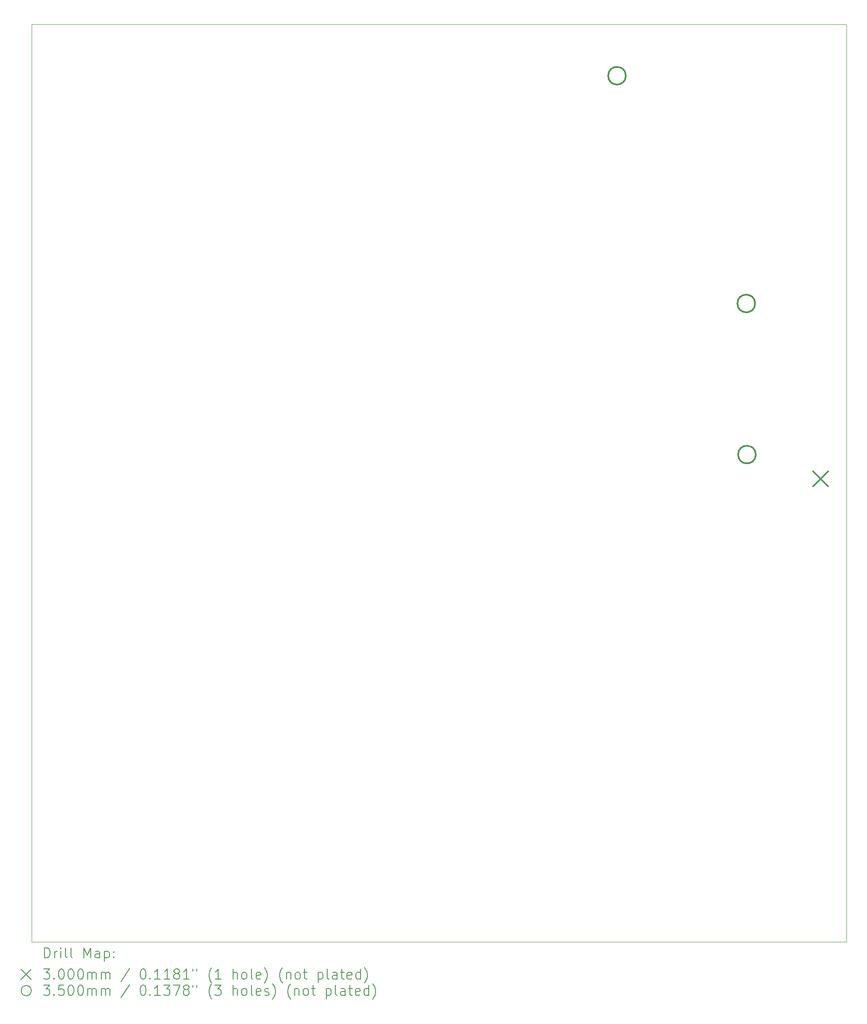
<source format=gbr>
%TF.GenerationSoftware,KiCad,Pcbnew,7.0.7*%
%TF.CreationDate,2023-08-31T22:28:13-04:00*%
%TF.ProjectId,1 - ATX 16 bit ISA passive backplane,31202d20-4154-4582-9031-362062697420,2*%
%TF.SameCoordinates,Original*%
%TF.FileFunction,Drillmap*%
%TF.FilePolarity,Positive*%
%FSLAX45Y45*%
G04 Gerber Fmt 4.5, Leading zero omitted, Abs format (unit mm)*
G04 Created by KiCad (PCBNEW 7.0.7) date 2023-08-31 22:28:13*
%MOMM*%
%LPD*%
G01*
G04 APERTURE LIST*
%ADD10C,0.100000*%
%ADD11C,0.200000*%
%ADD12C,0.300000*%
%ADD13C,0.350000*%
G04 APERTURE END LIST*
D10*
X1967840Y-1524000D02*
X18096840Y-1524000D01*
X18096840Y-19685000D01*
X1967840Y-19685000D01*
X1967840Y-1524000D01*
D11*
D12*
X17435500Y-10372000D02*
X17735500Y-10672000D01*
X17735500Y-10372000D02*
X17435500Y-10672000D01*
D13*
X13732200Y-2540000D02*
G75*
G03*
X13732200Y-2540000I-175000J0D01*
G01*
X16291300Y-7048500D02*
G75*
G03*
X16291300Y-7048500I-175000J0D01*
G01*
X16304000Y-10039400D02*
G75*
G03*
X16304000Y-10039400I-175000J0D01*
G01*
D11*
X2223617Y-20001484D02*
X2223617Y-19801484D01*
X2223617Y-19801484D02*
X2271236Y-19801484D01*
X2271236Y-19801484D02*
X2299807Y-19811008D01*
X2299807Y-19811008D02*
X2318855Y-19830055D01*
X2318855Y-19830055D02*
X2328379Y-19849103D01*
X2328379Y-19849103D02*
X2337903Y-19887198D01*
X2337903Y-19887198D02*
X2337903Y-19915770D01*
X2337903Y-19915770D02*
X2328379Y-19953865D01*
X2328379Y-19953865D02*
X2318855Y-19972912D01*
X2318855Y-19972912D02*
X2299807Y-19991960D01*
X2299807Y-19991960D02*
X2271236Y-20001484D01*
X2271236Y-20001484D02*
X2223617Y-20001484D01*
X2423617Y-20001484D02*
X2423617Y-19868150D01*
X2423617Y-19906246D02*
X2433141Y-19887198D01*
X2433141Y-19887198D02*
X2442664Y-19877674D01*
X2442664Y-19877674D02*
X2461712Y-19868150D01*
X2461712Y-19868150D02*
X2480760Y-19868150D01*
X2547426Y-20001484D02*
X2547426Y-19868150D01*
X2547426Y-19801484D02*
X2537903Y-19811008D01*
X2537903Y-19811008D02*
X2547426Y-19820531D01*
X2547426Y-19820531D02*
X2556950Y-19811008D01*
X2556950Y-19811008D02*
X2547426Y-19801484D01*
X2547426Y-19801484D02*
X2547426Y-19820531D01*
X2671236Y-20001484D02*
X2652188Y-19991960D01*
X2652188Y-19991960D02*
X2642664Y-19972912D01*
X2642664Y-19972912D02*
X2642664Y-19801484D01*
X2775998Y-20001484D02*
X2756950Y-19991960D01*
X2756950Y-19991960D02*
X2747426Y-19972912D01*
X2747426Y-19972912D02*
X2747426Y-19801484D01*
X3004569Y-20001484D02*
X3004569Y-19801484D01*
X3004569Y-19801484D02*
X3071236Y-19944341D01*
X3071236Y-19944341D02*
X3137902Y-19801484D01*
X3137902Y-19801484D02*
X3137902Y-20001484D01*
X3318855Y-20001484D02*
X3318855Y-19896722D01*
X3318855Y-19896722D02*
X3309331Y-19877674D01*
X3309331Y-19877674D02*
X3290283Y-19868150D01*
X3290283Y-19868150D02*
X3252188Y-19868150D01*
X3252188Y-19868150D02*
X3233141Y-19877674D01*
X3318855Y-19991960D02*
X3299807Y-20001484D01*
X3299807Y-20001484D02*
X3252188Y-20001484D01*
X3252188Y-20001484D02*
X3233141Y-19991960D01*
X3233141Y-19991960D02*
X3223617Y-19972912D01*
X3223617Y-19972912D02*
X3223617Y-19953865D01*
X3223617Y-19953865D02*
X3233141Y-19934817D01*
X3233141Y-19934817D02*
X3252188Y-19925293D01*
X3252188Y-19925293D02*
X3299807Y-19925293D01*
X3299807Y-19925293D02*
X3318855Y-19915770D01*
X3414093Y-19868150D02*
X3414093Y-20068150D01*
X3414093Y-19877674D02*
X3433141Y-19868150D01*
X3433141Y-19868150D02*
X3471236Y-19868150D01*
X3471236Y-19868150D02*
X3490283Y-19877674D01*
X3490283Y-19877674D02*
X3499807Y-19887198D01*
X3499807Y-19887198D02*
X3509331Y-19906246D01*
X3509331Y-19906246D02*
X3509331Y-19963389D01*
X3509331Y-19963389D02*
X3499807Y-19982436D01*
X3499807Y-19982436D02*
X3490283Y-19991960D01*
X3490283Y-19991960D02*
X3471236Y-20001484D01*
X3471236Y-20001484D02*
X3433141Y-20001484D01*
X3433141Y-20001484D02*
X3414093Y-19991960D01*
X3595045Y-19982436D02*
X3604569Y-19991960D01*
X3604569Y-19991960D02*
X3595045Y-20001484D01*
X3595045Y-20001484D02*
X3585522Y-19991960D01*
X3585522Y-19991960D02*
X3595045Y-19982436D01*
X3595045Y-19982436D02*
X3595045Y-20001484D01*
X3595045Y-19877674D02*
X3604569Y-19887198D01*
X3604569Y-19887198D02*
X3595045Y-19896722D01*
X3595045Y-19896722D02*
X3585522Y-19887198D01*
X3585522Y-19887198D02*
X3595045Y-19877674D01*
X3595045Y-19877674D02*
X3595045Y-19896722D01*
X1762840Y-20230000D02*
X1962840Y-20430000D01*
X1962840Y-20230000D02*
X1762840Y-20430000D01*
X2204569Y-20221484D02*
X2328379Y-20221484D01*
X2328379Y-20221484D02*
X2261712Y-20297674D01*
X2261712Y-20297674D02*
X2290284Y-20297674D01*
X2290284Y-20297674D02*
X2309331Y-20307198D01*
X2309331Y-20307198D02*
X2318855Y-20316722D01*
X2318855Y-20316722D02*
X2328379Y-20335770D01*
X2328379Y-20335770D02*
X2328379Y-20383389D01*
X2328379Y-20383389D02*
X2318855Y-20402436D01*
X2318855Y-20402436D02*
X2309331Y-20411960D01*
X2309331Y-20411960D02*
X2290284Y-20421484D01*
X2290284Y-20421484D02*
X2233141Y-20421484D01*
X2233141Y-20421484D02*
X2214093Y-20411960D01*
X2214093Y-20411960D02*
X2204569Y-20402436D01*
X2414093Y-20402436D02*
X2423617Y-20411960D01*
X2423617Y-20411960D02*
X2414093Y-20421484D01*
X2414093Y-20421484D02*
X2404569Y-20411960D01*
X2404569Y-20411960D02*
X2414093Y-20402436D01*
X2414093Y-20402436D02*
X2414093Y-20421484D01*
X2547426Y-20221484D02*
X2566474Y-20221484D01*
X2566474Y-20221484D02*
X2585522Y-20231008D01*
X2585522Y-20231008D02*
X2595045Y-20240531D01*
X2595045Y-20240531D02*
X2604569Y-20259579D01*
X2604569Y-20259579D02*
X2614093Y-20297674D01*
X2614093Y-20297674D02*
X2614093Y-20345293D01*
X2614093Y-20345293D02*
X2604569Y-20383389D01*
X2604569Y-20383389D02*
X2595045Y-20402436D01*
X2595045Y-20402436D02*
X2585522Y-20411960D01*
X2585522Y-20411960D02*
X2566474Y-20421484D01*
X2566474Y-20421484D02*
X2547426Y-20421484D01*
X2547426Y-20421484D02*
X2528379Y-20411960D01*
X2528379Y-20411960D02*
X2518855Y-20402436D01*
X2518855Y-20402436D02*
X2509331Y-20383389D01*
X2509331Y-20383389D02*
X2499807Y-20345293D01*
X2499807Y-20345293D02*
X2499807Y-20297674D01*
X2499807Y-20297674D02*
X2509331Y-20259579D01*
X2509331Y-20259579D02*
X2518855Y-20240531D01*
X2518855Y-20240531D02*
X2528379Y-20231008D01*
X2528379Y-20231008D02*
X2547426Y-20221484D01*
X2737903Y-20221484D02*
X2756950Y-20221484D01*
X2756950Y-20221484D02*
X2775998Y-20231008D01*
X2775998Y-20231008D02*
X2785522Y-20240531D01*
X2785522Y-20240531D02*
X2795045Y-20259579D01*
X2795045Y-20259579D02*
X2804569Y-20297674D01*
X2804569Y-20297674D02*
X2804569Y-20345293D01*
X2804569Y-20345293D02*
X2795045Y-20383389D01*
X2795045Y-20383389D02*
X2785522Y-20402436D01*
X2785522Y-20402436D02*
X2775998Y-20411960D01*
X2775998Y-20411960D02*
X2756950Y-20421484D01*
X2756950Y-20421484D02*
X2737903Y-20421484D01*
X2737903Y-20421484D02*
X2718855Y-20411960D01*
X2718855Y-20411960D02*
X2709331Y-20402436D01*
X2709331Y-20402436D02*
X2699807Y-20383389D01*
X2699807Y-20383389D02*
X2690284Y-20345293D01*
X2690284Y-20345293D02*
X2690284Y-20297674D01*
X2690284Y-20297674D02*
X2699807Y-20259579D01*
X2699807Y-20259579D02*
X2709331Y-20240531D01*
X2709331Y-20240531D02*
X2718855Y-20231008D01*
X2718855Y-20231008D02*
X2737903Y-20221484D01*
X2928379Y-20221484D02*
X2947426Y-20221484D01*
X2947426Y-20221484D02*
X2966474Y-20231008D01*
X2966474Y-20231008D02*
X2975998Y-20240531D01*
X2975998Y-20240531D02*
X2985522Y-20259579D01*
X2985522Y-20259579D02*
X2995045Y-20297674D01*
X2995045Y-20297674D02*
X2995045Y-20345293D01*
X2995045Y-20345293D02*
X2985522Y-20383389D01*
X2985522Y-20383389D02*
X2975998Y-20402436D01*
X2975998Y-20402436D02*
X2966474Y-20411960D01*
X2966474Y-20411960D02*
X2947426Y-20421484D01*
X2947426Y-20421484D02*
X2928379Y-20421484D01*
X2928379Y-20421484D02*
X2909331Y-20411960D01*
X2909331Y-20411960D02*
X2899807Y-20402436D01*
X2899807Y-20402436D02*
X2890283Y-20383389D01*
X2890283Y-20383389D02*
X2880760Y-20345293D01*
X2880760Y-20345293D02*
X2880760Y-20297674D01*
X2880760Y-20297674D02*
X2890283Y-20259579D01*
X2890283Y-20259579D02*
X2899807Y-20240531D01*
X2899807Y-20240531D02*
X2909331Y-20231008D01*
X2909331Y-20231008D02*
X2928379Y-20221484D01*
X3080760Y-20421484D02*
X3080760Y-20288150D01*
X3080760Y-20307198D02*
X3090283Y-20297674D01*
X3090283Y-20297674D02*
X3109331Y-20288150D01*
X3109331Y-20288150D02*
X3137903Y-20288150D01*
X3137903Y-20288150D02*
X3156950Y-20297674D01*
X3156950Y-20297674D02*
X3166474Y-20316722D01*
X3166474Y-20316722D02*
X3166474Y-20421484D01*
X3166474Y-20316722D02*
X3175998Y-20297674D01*
X3175998Y-20297674D02*
X3195045Y-20288150D01*
X3195045Y-20288150D02*
X3223617Y-20288150D01*
X3223617Y-20288150D02*
X3242664Y-20297674D01*
X3242664Y-20297674D02*
X3252188Y-20316722D01*
X3252188Y-20316722D02*
X3252188Y-20421484D01*
X3347426Y-20421484D02*
X3347426Y-20288150D01*
X3347426Y-20307198D02*
X3356950Y-20297674D01*
X3356950Y-20297674D02*
X3375998Y-20288150D01*
X3375998Y-20288150D02*
X3404569Y-20288150D01*
X3404569Y-20288150D02*
X3423617Y-20297674D01*
X3423617Y-20297674D02*
X3433141Y-20316722D01*
X3433141Y-20316722D02*
X3433141Y-20421484D01*
X3433141Y-20316722D02*
X3442664Y-20297674D01*
X3442664Y-20297674D02*
X3461712Y-20288150D01*
X3461712Y-20288150D02*
X3490283Y-20288150D01*
X3490283Y-20288150D02*
X3509331Y-20297674D01*
X3509331Y-20297674D02*
X3518855Y-20316722D01*
X3518855Y-20316722D02*
X3518855Y-20421484D01*
X3909331Y-20211960D02*
X3737903Y-20469103D01*
X4166474Y-20221484D02*
X4185522Y-20221484D01*
X4185522Y-20221484D02*
X4204569Y-20231008D01*
X4204569Y-20231008D02*
X4214093Y-20240531D01*
X4214093Y-20240531D02*
X4223617Y-20259579D01*
X4223617Y-20259579D02*
X4233141Y-20297674D01*
X4233141Y-20297674D02*
X4233141Y-20345293D01*
X4233141Y-20345293D02*
X4223617Y-20383389D01*
X4223617Y-20383389D02*
X4214093Y-20402436D01*
X4214093Y-20402436D02*
X4204569Y-20411960D01*
X4204569Y-20411960D02*
X4185522Y-20421484D01*
X4185522Y-20421484D02*
X4166474Y-20421484D01*
X4166474Y-20421484D02*
X4147426Y-20411960D01*
X4147426Y-20411960D02*
X4137903Y-20402436D01*
X4137903Y-20402436D02*
X4128379Y-20383389D01*
X4128379Y-20383389D02*
X4118855Y-20345293D01*
X4118855Y-20345293D02*
X4118855Y-20297674D01*
X4118855Y-20297674D02*
X4128379Y-20259579D01*
X4128379Y-20259579D02*
X4137903Y-20240531D01*
X4137903Y-20240531D02*
X4147426Y-20231008D01*
X4147426Y-20231008D02*
X4166474Y-20221484D01*
X4318855Y-20402436D02*
X4328379Y-20411960D01*
X4328379Y-20411960D02*
X4318855Y-20421484D01*
X4318855Y-20421484D02*
X4309331Y-20411960D01*
X4309331Y-20411960D02*
X4318855Y-20402436D01*
X4318855Y-20402436D02*
X4318855Y-20421484D01*
X4518855Y-20421484D02*
X4404569Y-20421484D01*
X4461712Y-20421484D02*
X4461712Y-20221484D01*
X4461712Y-20221484D02*
X4442665Y-20250055D01*
X4442665Y-20250055D02*
X4423617Y-20269103D01*
X4423617Y-20269103D02*
X4404569Y-20278627D01*
X4709331Y-20421484D02*
X4595046Y-20421484D01*
X4652188Y-20421484D02*
X4652188Y-20221484D01*
X4652188Y-20221484D02*
X4633141Y-20250055D01*
X4633141Y-20250055D02*
X4614093Y-20269103D01*
X4614093Y-20269103D02*
X4595046Y-20278627D01*
X4823617Y-20307198D02*
X4804569Y-20297674D01*
X4804569Y-20297674D02*
X4795046Y-20288150D01*
X4795046Y-20288150D02*
X4785522Y-20269103D01*
X4785522Y-20269103D02*
X4785522Y-20259579D01*
X4785522Y-20259579D02*
X4795046Y-20240531D01*
X4795046Y-20240531D02*
X4804569Y-20231008D01*
X4804569Y-20231008D02*
X4823617Y-20221484D01*
X4823617Y-20221484D02*
X4861712Y-20221484D01*
X4861712Y-20221484D02*
X4880760Y-20231008D01*
X4880760Y-20231008D02*
X4890284Y-20240531D01*
X4890284Y-20240531D02*
X4899808Y-20259579D01*
X4899808Y-20259579D02*
X4899808Y-20269103D01*
X4899808Y-20269103D02*
X4890284Y-20288150D01*
X4890284Y-20288150D02*
X4880760Y-20297674D01*
X4880760Y-20297674D02*
X4861712Y-20307198D01*
X4861712Y-20307198D02*
X4823617Y-20307198D01*
X4823617Y-20307198D02*
X4804569Y-20316722D01*
X4804569Y-20316722D02*
X4795046Y-20326246D01*
X4795046Y-20326246D02*
X4785522Y-20345293D01*
X4785522Y-20345293D02*
X4785522Y-20383389D01*
X4785522Y-20383389D02*
X4795046Y-20402436D01*
X4795046Y-20402436D02*
X4804569Y-20411960D01*
X4804569Y-20411960D02*
X4823617Y-20421484D01*
X4823617Y-20421484D02*
X4861712Y-20421484D01*
X4861712Y-20421484D02*
X4880760Y-20411960D01*
X4880760Y-20411960D02*
X4890284Y-20402436D01*
X4890284Y-20402436D02*
X4899808Y-20383389D01*
X4899808Y-20383389D02*
X4899808Y-20345293D01*
X4899808Y-20345293D02*
X4890284Y-20326246D01*
X4890284Y-20326246D02*
X4880760Y-20316722D01*
X4880760Y-20316722D02*
X4861712Y-20307198D01*
X5090284Y-20421484D02*
X4975998Y-20421484D01*
X5033141Y-20421484D02*
X5033141Y-20221484D01*
X5033141Y-20221484D02*
X5014093Y-20250055D01*
X5014093Y-20250055D02*
X4995046Y-20269103D01*
X4995046Y-20269103D02*
X4975998Y-20278627D01*
X5166474Y-20221484D02*
X5166474Y-20259579D01*
X5242665Y-20221484D02*
X5242665Y-20259579D01*
X5537903Y-20497674D02*
X5528379Y-20488150D01*
X5528379Y-20488150D02*
X5509331Y-20459579D01*
X5509331Y-20459579D02*
X5499808Y-20440531D01*
X5499808Y-20440531D02*
X5490284Y-20411960D01*
X5490284Y-20411960D02*
X5480760Y-20364341D01*
X5480760Y-20364341D02*
X5480760Y-20326246D01*
X5480760Y-20326246D02*
X5490284Y-20278627D01*
X5490284Y-20278627D02*
X5499808Y-20250055D01*
X5499808Y-20250055D02*
X5509331Y-20231008D01*
X5509331Y-20231008D02*
X5528379Y-20202436D01*
X5528379Y-20202436D02*
X5537903Y-20192912D01*
X5718855Y-20421484D02*
X5604569Y-20421484D01*
X5661712Y-20421484D02*
X5661712Y-20221484D01*
X5661712Y-20221484D02*
X5642665Y-20250055D01*
X5642665Y-20250055D02*
X5623617Y-20269103D01*
X5623617Y-20269103D02*
X5604569Y-20278627D01*
X5956950Y-20421484D02*
X5956950Y-20221484D01*
X6042665Y-20421484D02*
X6042665Y-20316722D01*
X6042665Y-20316722D02*
X6033141Y-20297674D01*
X6033141Y-20297674D02*
X6014093Y-20288150D01*
X6014093Y-20288150D02*
X5985522Y-20288150D01*
X5985522Y-20288150D02*
X5966474Y-20297674D01*
X5966474Y-20297674D02*
X5956950Y-20307198D01*
X6166474Y-20421484D02*
X6147427Y-20411960D01*
X6147427Y-20411960D02*
X6137903Y-20402436D01*
X6137903Y-20402436D02*
X6128379Y-20383389D01*
X6128379Y-20383389D02*
X6128379Y-20326246D01*
X6128379Y-20326246D02*
X6137903Y-20307198D01*
X6137903Y-20307198D02*
X6147427Y-20297674D01*
X6147427Y-20297674D02*
X6166474Y-20288150D01*
X6166474Y-20288150D02*
X6195046Y-20288150D01*
X6195046Y-20288150D02*
X6214093Y-20297674D01*
X6214093Y-20297674D02*
X6223617Y-20307198D01*
X6223617Y-20307198D02*
X6233141Y-20326246D01*
X6233141Y-20326246D02*
X6233141Y-20383389D01*
X6233141Y-20383389D02*
X6223617Y-20402436D01*
X6223617Y-20402436D02*
X6214093Y-20411960D01*
X6214093Y-20411960D02*
X6195046Y-20421484D01*
X6195046Y-20421484D02*
X6166474Y-20421484D01*
X6347427Y-20421484D02*
X6328379Y-20411960D01*
X6328379Y-20411960D02*
X6318855Y-20392912D01*
X6318855Y-20392912D02*
X6318855Y-20221484D01*
X6499808Y-20411960D02*
X6480760Y-20421484D01*
X6480760Y-20421484D02*
X6442665Y-20421484D01*
X6442665Y-20421484D02*
X6423617Y-20411960D01*
X6423617Y-20411960D02*
X6414093Y-20392912D01*
X6414093Y-20392912D02*
X6414093Y-20316722D01*
X6414093Y-20316722D02*
X6423617Y-20297674D01*
X6423617Y-20297674D02*
X6442665Y-20288150D01*
X6442665Y-20288150D02*
X6480760Y-20288150D01*
X6480760Y-20288150D02*
X6499808Y-20297674D01*
X6499808Y-20297674D02*
X6509331Y-20316722D01*
X6509331Y-20316722D02*
X6509331Y-20335770D01*
X6509331Y-20335770D02*
X6414093Y-20354817D01*
X6575998Y-20497674D02*
X6585522Y-20488150D01*
X6585522Y-20488150D02*
X6604570Y-20459579D01*
X6604570Y-20459579D02*
X6614093Y-20440531D01*
X6614093Y-20440531D02*
X6623617Y-20411960D01*
X6623617Y-20411960D02*
X6633141Y-20364341D01*
X6633141Y-20364341D02*
X6633141Y-20326246D01*
X6633141Y-20326246D02*
X6623617Y-20278627D01*
X6623617Y-20278627D02*
X6614093Y-20250055D01*
X6614093Y-20250055D02*
X6604570Y-20231008D01*
X6604570Y-20231008D02*
X6585522Y-20202436D01*
X6585522Y-20202436D02*
X6575998Y-20192912D01*
X6937903Y-20497674D02*
X6928379Y-20488150D01*
X6928379Y-20488150D02*
X6909331Y-20459579D01*
X6909331Y-20459579D02*
X6899808Y-20440531D01*
X6899808Y-20440531D02*
X6890284Y-20411960D01*
X6890284Y-20411960D02*
X6880760Y-20364341D01*
X6880760Y-20364341D02*
X6880760Y-20326246D01*
X6880760Y-20326246D02*
X6890284Y-20278627D01*
X6890284Y-20278627D02*
X6899808Y-20250055D01*
X6899808Y-20250055D02*
X6909331Y-20231008D01*
X6909331Y-20231008D02*
X6928379Y-20202436D01*
X6928379Y-20202436D02*
X6937903Y-20192912D01*
X7014093Y-20288150D02*
X7014093Y-20421484D01*
X7014093Y-20307198D02*
X7023617Y-20297674D01*
X7023617Y-20297674D02*
X7042665Y-20288150D01*
X7042665Y-20288150D02*
X7071236Y-20288150D01*
X7071236Y-20288150D02*
X7090284Y-20297674D01*
X7090284Y-20297674D02*
X7099808Y-20316722D01*
X7099808Y-20316722D02*
X7099808Y-20421484D01*
X7223617Y-20421484D02*
X7204570Y-20411960D01*
X7204570Y-20411960D02*
X7195046Y-20402436D01*
X7195046Y-20402436D02*
X7185522Y-20383389D01*
X7185522Y-20383389D02*
X7185522Y-20326246D01*
X7185522Y-20326246D02*
X7195046Y-20307198D01*
X7195046Y-20307198D02*
X7204570Y-20297674D01*
X7204570Y-20297674D02*
X7223617Y-20288150D01*
X7223617Y-20288150D02*
X7252189Y-20288150D01*
X7252189Y-20288150D02*
X7271236Y-20297674D01*
X7271236Y-20297674D02*
X7280760Y-20307198D01*
X7280760Y-20307198D02*
X7290284Y-20326246D01*
X7290284Y-20326246D02*
X7290284Y-20383389D01*
X7290284Y-20383389D02*
X7280760Y-20402436D01*
X7280760Y-20402436D02*
X7271236Y-20411960D01*
X7271236Y-20411960D02*
X7252189Y-20421484D01*
X7252189Y-20421484D02*
X7223617Y-20421484D01*
X7347427Y-20288150D02*
X7423617Y-20288150D01*
X7375998Y-20221484D02*
X7375998Y-20392912D01*
X7375998Y-20392912D02*
X7385522Y-20411960D01*
X7385522Y-20411960D02*
X7404570Y-20421484D01*
X7404570Y-20421484D02*
X7423617Y-20421484D01*
X7642665Y-20288150D02*
X7642665Y-20488150D01*
X7642665Y-20297674D02*
X7661712Y-20288150D01*
X7661712Y-20288150D02*
X7699808Y-20288150D01*
X7699808Y-20288150D02*
X7718855Y-20297674D01*
X7718855Y-20297674D02*
X7728379Y-20307198D01*
X7728379Y-20307198D02*
X7737903Y-20326246D01*
X7737903Y-20326246D02*
X7737903Y-20383389D01*
X7737903Y-20383389D02*
X7728379Y-20402436D01*
X7728379Y-20402436D02*
X7718855Y-20411960D01*
X7718855Y-20411960D02*
X7699808Y-20421484D01*
X7699808Y-20421484D02*
X7661712Y-20421484D01*
X7661712Y-20421484D02*
X7642665Y-20411960D01*
X7852189Y-20421484D02*
X7833141Y-20411960D01*
X7833141Y-20411960D02*
X7823617Y-20392912D01*
X7823617Y-20392912D02*
X7823617Y-20221484D01*
X8014093Y-20421484D02*
X8014093Y-20316722D01*
X8014093Y-20316722D02*
X8004570Y-20297674D01*
X8004570Y-20297674D02*
X7985522Y-20288150D01*
X7985522Y-20288150D02*
X7947427Y-20288150D01*
X7947427Y-20288150D02*
X7928379Y-20297674D01*
X8014093Y-20411960D02*
X7995046Y-20421484D01*
X7995046Y-20421484D02*
X7947427Y-20421484D01*
X7947427Y-20421484D02*
X7928379Y-20411960D01*
X7928379Y-20411960D02*
X7918855Y-20392912D01*
X7918855Y-20392912D02*
X7918855Y-20373865D01*
X7918855Y-20373865D02*
X7928379Y-20354817D01*
X7928379Y-20354817D02*
X7947427Y-20345293D01*
X7947427Y-20345293D02*
X7995046Y-20345293D01*
X7995046Y-20345293D02*
X8014093Y-20335770D01*
X8080760Y-20288150D02*
X8156951Y-20288150D01*
X8109332Y-20221484D02*
X8109332Y-20392912D01*
X8109332Y-20392912D02*
X8118855Y-20411960D01*
X8118855Y-20411960D02*
X8137903Y-20421484D01*
X8137903Y-20421484D02*
X8156951Y-20421484D01*
X8299808Y-20411960D02*
X8280760Y-20421484D01*
X8280760Y-20421484D02*
X8242665Y-20421484D01*
X8242665Y-20421484D02*
X8223617Y-20411960D01*
X8223617Y-20411960D02*
X8214093Y-20392912D01*
X8214093Y-20392912D02*
X8214093Y-20316722D01*
X8214093Y-20316722D02*
X8223617Y-20297674D01*
X8223617Y-20297674D02*
X8242665Y-20288150D01*
X8242665Y-20288150D02*
X8280760Y-20288150D01*
X8280760Y-20288150D02*
X8299808Y-20297674D01*
X8299808Y-20297674D02*
X8309332Y-20316722D01*
X8309332Y-20316722D02*
X8309332Y-20335770D01*
X8309332Y-20335770D02*
X8214093Y-20354817D01*
X8480760Y-20421484D02*
X8480760Y-20221484D01*
X8480760Y-20411960D02*
X8461713Y-20421484D01*
X8461713Y-20421484D02*
X8423617Y-20421484D01*
X8423617Y-20421484D02*
X8404570Y-20411960D01*
X8404570Y-20411960D02*
X8395046Y-20402436D01*
X8395046Y-20402436D02*
X8385522Y-20383389D01*
X8385522Y-20383389D02*
X8385522Y-20326246D01*
X8385522Y-20326246D02*
X8395046Y-20307198D01*
X8395046Y-20307198D02*
X8404570Y-20297674D01*
X8404570Y-20297674D02*
X8423617Y-20288150D01*
X8423617Y-20288150D02*
X8461713Y-20288150D01*
X8461713Y-20288150D02*
X8480760Y-20297674D01*
X8556951Y-20497674D02*
X8566475Y-20488150D01*
X8566475Y-20488150D02*
X8585522Y-20459579D01*
X8585522Y-20459579D02*
X8595046Y-20440531D01*
X8595046Y-20440531D02*
X8604570Y-20411960D01*
X8604570Y-20411960D02*
X8614094Y-20364341D01*
X8614094Y-20364341D02*
X8614094Y-20326246D01*
X8614094Y-20326246D02*
X8604570Y-20278627D01*
X8604570Y-20278627D02*
X8595046Y-20250055D01*
X8595046Y-20250055D02*
X8585522Y-20231008D01*
X8585522Y-20231008D02*
X8566475Y-20202436D01*
X8566475Y-20202436D02*
X8556951Y-20192912D01*
X1962840Y-20650000D02*
G75*
G03*
X1962840Y-20650000I-100000J0D01*
G01*
X2204569Y-20541484D02*
X2328379Y-20541484D01*
X2328379Y-20541484D02*
X2261712Y-20617674D01*
X2261712Y-20617674D02*
X2290284Y-20617674D01*
X2290284Y-20617674D02*
X2309331Y-20627198D01*
X2309331Y-20627198D02*
X2318855Y-20636722D01*
X2318855Y-20636722D02*
X2328379Y-20655770D01*
X2328379Y-20655770D02*
X2328379Y-20703389D01*
X2328379Y-20703389D02*
X2318855Y-20722436D01*
X2318855Y-20722436D02*
X2309331Y-20731960D01*
X2309331Y-20731960D02*
X2290284Y-20741484D01*
X2290284Y-20741484D02*
X2233141Y-20741484D01*
X2233141Y-20741484D02*
X2214093Y-20731960D01*
X2214093Y-20731960D02*
X2204569Y-20722436D01*
X2414093Y-20722436D02*
X2423617Y-20731960D01*
X2423617Y-20731960D02*
X2414093Y-20741484D01*
X2414093Y-20741484D02*
X2404569Y-20731960D01*
X2404569Y-20731960D02*
X2414093Y-20722436D01*
X2414093Y-20722436D02*
X2414093Y-20741484D01*
X2604569Y-20541484D02*
X2509331Y-20541484D01*
X2509331Y-20541484D02*
X2499807Y-20636722D01*
X2499807Y-20636722D02*
X2509331Y-20627198D01*
X2509331Y-20627198D02*
X2528379Y-20617674D01*
X2528379Y-20617674D02*
X2575998Y-20617674D01*
X2575998Y-20617674D02*
X2595045Y-20627198D01*
X2595045Y-20627198D02*
X2604569Y-20636722D01*
X2604569Y-20636722D02*
X2614093Y-20655770D01*
X2614093Y-20655770D02*
X2614093Y-20703389D01*
X2614093Y-20703389D02*
X2604569Y-20722436D01*
X2604569Y-20722436D02*
X2595045Y-20731960D01*
X2595045Y-20731960D02*
X2575998Y-20741484D01*
X2575998Y-20741484D02*
X2528379Y-20741484D01*
X2528379Y-20741484D02*
X2509331Y-20731960D01*
X2509331Y-20731960D02*
X2499807Y-20722436D01*
X2737903Y-20541484D02*
X2756950Y-20541484D01*
X2756950Y-20541484D02*
X2775998Y-20551008D01*
X2775998Y-20551008D02*
X2785522Y-20560531D01*
X2785522Y-20560531D02*
X2795045Y-20579579D01*
X2795045Y-20579579D02*
X2804569Y-20617674D01*
X2804569Y-20617674D02*
X2804569Y-20665293D01*
X2804569Y-20665293D02*
X2795045Y-20703389D01*
X2795045Y-20703389D02*
X2785522Y-20722436D01*
X2785522Y-20722436D02*
X2775998Y-20731960D01*
X2775998Y-20731960D02*
X2756950Y-20741484D01*
X2756950Y-20741484D02*
X2737903Y-20741484D01*
X2737903Y-20741484D02*
X2718855Y-20731960D01*
X2718855Y-20731960D02*
X2709331Y-20722436D01*
X2709331Y-20722436D02*
X2699807Y-20703389D01*
X2699807Y-20703389D02*
X2690284Y-20665293D01*
X2690284Y-20665293D02*
X2690284Y-20617674D01*
X2690284Y-20617674D02*
X2699807Y-20579579D01*
X2699807Y-20579579D02*
X2709331Y-20560531D01*
X2709331Y-20560531D02*
X2718855Y-20551008D01*
X2718855Y-20551008D02*
X2737903Y-20541484D01*
X2928379Y-20541484D02*
X2947426Y-20541484D01*
X2947426Y-20541484D02*
X2966474Y-20551008D01*
X2966474Y-20551008D02*
X2975998Y-20560531D01*
X2975998Y-20560531D02*
X2985522Y-20579579D01*
X2985522Y-20579579D02*
X2995045Y-20617674D01*
X2995045Y-20617674D02*
X2995045Y-20665293D01*
X2995045Y-20665293D02*
X2985522Y-20703389D01*
X2985522Y-20703389D02*
X2975998Y-20722436D01*
X2975998Y-20722436D02*
X2966474Y-20731960D01*
X2966474Y-20731960D02*
X2947426Y-20741484D01*
X2947426Y-20741484D02*
X2928379Y-20741484D01*
X2928379Y-20741484D02*
X2909331Y-20731960D01*
X2909331Y-20731960D02*
X2899807Y-20722436D01*
X2899807Y-20722436D02*
X2890283Y-20703389D01*
X2890283Y-20703389D02*
X2880760Y-20665293D01*
X2880760Y-20665293D02*
X2880760Y-20617674D01*
X2880760Y-20617674D02*
X2890283Y-20579579D01*
X2890283Y-20579579D02*
X2899807Y-20560531D01*
X2899807Y-20560531D02*
X2909331Y-20551008D01*
X2909331Y-20551008D02*
X2928379Y-20541484D01*
X3080760Y-20741484D02*
X3080760Y-20608150D01*
X3080760Y-20627198D02*
X3090283Y-20617674D01*
X3090283Y-20617674D02*
X3109331Y-20608150D01*
X3109331Y-20608150D02*
X3137903Y-20608150D01*
X3137903Y-20608150D02*
X3156950Y-20617674D01*
X3156950Y-20617674D02*
X3166474Y-20636722D01*
X3166474Y-20636722D02*
X3166474Y-20741484D01*
X3166474Y-20636722D02*
X3175998Y-20617674D01*
X3175998Y-20617674D02*
X3195045Y-20608150D01*
X3195045Y-20608150D02*
X3223617Y-20608150D01*
X3223617Y-20608150D02*
X3242664Y-20617674D01*
X3242664Y-20617674D02*
X3252188Y-20636722D01*
X3252188Y-20636722D02*
X3252188Y-20741484D01*
X3347426Y-20741484D02*
X3347426Y-20608150D01*
X3347426Y-20627198D02*
X3356950Y-20617674D01*
X3356950Y-20617674D02*
X3375998Y-20608150D01*
X3375998Y-20608150D02*
X3404569Y-20608150D01*
X3404569Y-20608150D02*
X3423617Y-20617674D01*
X3423617Y-20617674D02*
X3433141Y-20636722D01*
X3433141Y-20636722D02*
X3433141Y-20741484D01*
X3433141Y-20636722D02*
X3442664Y-20617674D01*
X3442664Y-20617674D02*
X3461712Y-20608150D01*
X3461712Y-20608150D02*
X3490283Y-20608150D01*
X3490283Y-20608150D02*
X3509331Y-20617674D01*
X3509331Y-20617674D02*
X3518855Y-20636722D01*
X3518855Y-20636722D02*
X3518855Y-20741484D01*
X3909331Y-20531960D02*
X3737903Y-20789103D01*
X4166474Y-20541484D02*
X4185522Y-20541484D01*
X4185522Y-20541484D02*
X4204569Y-20551008D01*
X4204569Y-20551008D02*
X4214093Y-20560531D01*
X4214093Y-20560531D02*
X4223617Y-20579579D01*
X4223617Y-20579579D02*
X4233141Y-20617674D01*
X4233141Y-20617674D02*
X4233141Y-20665293D01*
X4233141Y-20665293D02*
X4223617Y-20703389D01*
X4223617Y-20703389D02*
X4214093Y-20722436D01*
X4214093Y-20722436D02*
X4204569Y-20731960D01*
X4204569Y-20731960D02*
X4185522Y-20741484D01*
X4185522Y-20741484D02*
X4166474Y-20741484D01*
X4166474Y-20741484D02*
X4147426Y-20731960D01*
X4147426Y-20731960D02*
X4137903Y-20722436D01*
X4137903Y-20722436D02*
X4128379Y-20703389D01*
X4128379Y-20703389D02*
X4118855Y-20665293D01*
X4118855Y-20665293D02*
X4118855Y-20617674D01*
X4118855Y-20617674D02*
X4128379Y-20579579D01*
X4128379Y-20579579D02*
X4137903Y-20560531D01*
X4137903Y-20560531D02*
X4147426Y-20551008D01*
X4147426Y-20551008D02*
X4166474Y-20541484D01*
X4318855Y-20722436D02*
X4328379Y-20731960D01*
X4328379Y-20731960D02*
X4318855Y-20741484D01*
X4318855Y-20741484D02*
X4309331Y-20731960D01*
X4309331Y-20731960D02*
X4318855Y-20722436D01*
X4318855Y-20722436D02*
X4318855Y-20741484D01*
X4518855Y-20741484D02*
X4404569Y-20741484D01*
X4461712Y-20741484D02*
X4461712Y-20541484D01*
X4461712Y-20541484D02*
X4442665Y-20570055D01*
X4442665Y-20570055D02*
X4423617Y-20589103D01*
X4423617Y-20589103D02*
X4404569Y-20598627D01*
X4585522Y-20541484D02*
X4709331Y-20541484D01*
X4709331Y-20541484D02*
X4642665Y-20617674D01*
X4642665Y-20617674D02*
X4671236Y-20617674D01*
X4671236Y-20617674D02*
X4690284Y-20627198D01*
X4690284Y-20627198D02*
X4699808Y-20636722D01*
X4699808Y-20636722D02*
X4709331Y-20655770D01*
X4709331Y-20655770D02*
X4709331Y-20703389D01*
X4709331Y-20703389D02*
X4699808Y-20722436D01*
X4699808Y-20722436D02*
X4690284Y-20731960D01*
X4690284Y-20731960D02*
X4671236Y-20741484D01*
X4671236Y-20741484D02*
X4614093Y-20741484D01*
X4614093Y-20741484D02*
X4595046Y-20731960D01*
X4595046Y-20731960D02*
X4585522Y-20722436D01*
X4775998Y-20541484D02*
X4909331Y-20541484D01*
X4909331Y-20541484D02*
X4823617Y-20741484D01*
X5014093Y-20627198D02*
X4995046Y-20617674D01*
X4995046Y-20617674D02*
X4985522Y-20608150D01*
X4985522Y-20608150D02*
X4975998Y-20589103D01*
X4975998Y-20589103D02*
X4975998Y-20579579D01*
X4975998Y-20579579D02*
X4985522Y-20560531D01*
X4985522Y-20560531D02*
X4995046Y-20551008D01*
X4995046Y-20551008D02*
X5014093Y-20541484D01*
X5014093Y-20541484D02*
X5052189Y-20541484D01*
X5052189Y-20541484D02*
X5071236Y-20551008D01*
X5071236Y-20551008D02*
X5080760Y-20560531D01*
X5080760Y-20560531D02*
X5090284Y-20579579D01*
X5090284Y-20579579D02*
X5090284Y-20589103D01*
X5090284Y-20589103D02*
X5080760Y-20608150D01*
X5080760Y-20608150D02*
X5071236Y-20617674D01*
X5071236Y-20617674D02*
X5052189Y-20627198D01*
X5052189Y-20627198D02*
X5014093Y-20627198D01*
X5014093Y-20627198D02*
X4995046Y-20636722D01*
X4995046Y-20636722D02*
X4985522Y-20646246D01*
X4985522Y-20646246D02*
X4975998Y-20665293D01*
X4975998Y-20665293D02*
X4975998Y-20703389D01*
X4975998Y-20703389D02*
X4985522Y-20722436D01*
X4985522Y-20722436D02*
X4995046Y-20731960D01*
X4995046Y-20731960D02*
X5014093Y-20741484D01*
X5014093Y-20741484D02*
X5052189Y-20741484D01*
X5052189Y-20741484D02*
X5071236Y-20731960D01*
X5071236Y-20731960D02*
X5080760Y-20722436D01*
X5080760Y-20722436D02*
X5090284Y-20703389D01*
X5090284Y-20703389D02*
X5090284Y-20665293D01*
X5090284Y-20665293D02*
X5080760Y-20646246D01*
X5080760Y-20646246D02*
X5071236Y-20636722D01*
X5071236Y-20636722D02*
X5052189Y-20627198D01*
X5166474Y-20541484D02*
X5166474Y-20579579D01*
X5242665Y-20541484D02*
X5242665Y-20579579D01*
X5537903Y-20817674D02*
X5528379Y-20808150D01*
X5528379Y-20808150D02*
X5509331Y-20779579D01*
X5509331Y-20779579D02*
X5499808Y-20760531D01*
X5499808Y-20760531D02*
X5490284Y-20731960D01*
X5490284Y-20731960D02*
X5480760Y-20684341D01*
X5480760Y-20684341D02*
X5480760Y-20646246D01*
X5480760Y-20646246D02*
X5490284Y-20598627D01*
X5490284Y-20598627D02*
X5499808Y-20570055D01*
X5499808Y-20570055D02*
X5509331Y-20551008D01*
X5509331Y-20551008D02*
X5528379Y-20522436D01*
X5528379Y-20522436D02*
X5537903Y-20512912D01*
X5595046Y-20541484D02*
X5718855Y-20541484D01*
X5718855Y-20541484D02*
X5652188Y-20617674D01*
X5652188Y-20617674D02*
X5680760Y-20617674D01*
X5680760Y-20617674D02*
X5699808Y-20627198D01*
X5699808Y-20627198D02*
X5709331Y-20636722D01*
X5709331Y-20636722D02*
X5718855Y-20655770D01*
X5718855Y-20655770D02*
X5718855Y-20703389D01*
X5718855Y-20703389D02*
X5709331Y-20722436D01*
X5709331Y-20722436D02*
X5699808Y-20731960D01*
X5699808Y-20731960D02*
X5680760Y-20741484D01*
X5680760Y-20741484D02*
X5623617Y-20741484D01*
X5623617Y-20741484D02*
X5604569Y-20731960D01*
X5604569Y-20731960D02*
X5595046Y-20722436D01*
X5956950Y-20741484D02*
X5956950Y-20541484D01*
X6042665Y-20741484D02*
X6042665Y-20636722D01*
X6042665Y-20636722D02*
X6033141Y-20617674D01*
X6033141Y-20617674D02*
X6014093Y-20608150D01*
X6014093Y-20608150D02*
X5985522Y-20608150D01*
X5985522Y-20608150D02*
X5966474Y-20617674D01*
X5966474Y-20617674D02*
X5956950Y-20627198D01*
X6166474Y-20741484D02*
X6147427Y-20731960D01*
X6147427Y-20731960D02*
X6137903Y-20722436D01*
X6137903Y-20722436D02*
X6128379Y-20703389D01*
X6128379Y-20703389D02*
X6128379Y-20646246D01*
X6128379Y-20646246D02*
X6137903Y-20627198D01*
X6137903Y-20627198D02*
X6147427Y-20617674D01*
X6147427Y-20617674D02*
X6166474Y-20608150D01*
X6166474Y-20608150D02*
X6195046Y-20608150D01*
X6195046Y-20608150D02*
X6214093Y-20617674D01*
X6214093Y-20617674D02*
X6223617Y-20627198D01*
X6223617Y-20627198D02*
X6233141Y-20646246D01*
X6233141Y-20646246D02*
X6233141Y-20703389D01*
X6233141Y-20703389D02*
X6223617Y-20722436D01*
X6223617Y-20722436D02*
X6214093Y-20731960D01*
X6214093Y-20731960D02*
X6195046Y-20741484D01*
X6195046Y-20741484D02*
X6166474Y-20741484D01*
X6347427Y-20741484D02*
X6328379Y-20731960D01*
X6328379Y-20731960D02*
X6318855Y-20712912D01*
X6318855Y-20712912D02*
X6318855Y-20541484D01*
X6499808Y-20731960D02*
X6480760Y-20741484D01*
X6480760Y-20741484D02*
X6442665Y-20741484D01*
X6442665Y-20741484D02*
X6423617Y-20731960D01*
X6423617Y-20731960D02*
X6414093Y-20712912D01*
X6414093Y-20712912D02*
X6414093Y-20636722D01*
X6414093Y-20636722D02*
X6423617Y-20617674D01*
X6423617Y-20617674D02*
X6442665Y-20608150D01*
X6442665Y-20608150D02*
X6480760Y-20608150D01*
X6480760Y-20608150D02*
X6499808Y-20617674D01*
X6499808Y-20617674D02*
X6509331Y-20636722D01*
X6509331Y-20636722D02*
X6509331Y-20655770D01*
X6509331Y-20655770D02*
X6414093Y-20674817D01*
X6585522Y-20731960D02*
X6604570Y-20741484D01*
X6604570Y-20741484D02*
X6642665Y-20741484D01*
X6642665Y-20741484D02*
X6661712Y-20731960D01*
X6661712Y-20731960D02*
X6671236Y-20712912D01*
X6671236Y-20712912D02*
X6671236Y-20703389D01*
X6671236Y-20703389D02*
X6661712Y-20684341D01*
X6661712Y-20684341D02*
X6642665Y-20674817D01*
X6642665Y-20674817D02*
X6614093Y-20674817D01*
X6614093Y-20674817D02*
X6595046Y-20665293D01*
X6595046Y-20665293D02*
X6585522Y-20646246D01*
X6585522Y-20646246D02*
X6585522Y-20636722D01*
X6585522Y-20636722D02*
X6595046Y-20617674D01*
X6595046Y-20617674D02*
X6614093Y-20608150D01*
X6614093Y-20608150D02*
X6642665Y-20608150D01*
X6642665Y-20608150D02*
X6661712Y-20617674D01*
X6737903Y-20817674D02*
X6747427Y-20808150D01*
X6747427Y-20808150D02*
X6766474Y-20779579D01*
X6766474Y-20779579D02*
X6775998Y-20760531D01*
X6775998Y-20760531D02*
X6785522Y-20731960D01*
X6785522Y-20731960D02*
X6795046Y-20684341D01*
X6795046Y-20684341D02*
X6795046Y-20646246D01*
X6795046Y-20646246D02*
X6785522Y-20598627D01*
X6785522Y-20598627D02*
X6775998Y-20570055D01*
X6775998Y-20570055D02*
X6766474Y-20551008D01*
X6766474Y-20551008D02*
X6747427Y-20522436D01*
X6747427Y-20522436D02*
X6737903Y-20512912D01*
X7099808Y-20817674D02*
X7090284Y-20808150D01*
X7090284Y-20808150D02*
X7071236Y-20779579D01*
X7071236Y-20779579D02*
X7061712Y-20760531D01*
X7061712Y-20760531D02*
X7052189Y-20731960D01*
X7052189Y-20731960D02*
X7042665Y-20684341D01*
X7042665Y-20684341D02*
X7042665Y-20646246D01*
X7042665Y-20646246D02*
X7052189Y-20598627D01*
X7052189Y-20598627D02*
X7061712Y-20570055D01*
X7061712Y-20570055D02*
X7071236Y-20551008D01*
X7071236Y-20551008D02*
X7090284Y-20522436D01*
X7090284Y-20522436D02*
X7099808Y-20512912D01*
X7175998Y-20608150D02*
X7175998Y-20741484D01*
X7175998Y-20627198D02*
X7185522Y-20617674D01*
X7185522Y-20617674D02*
X7204570Y-20608150D01*
X7204570Y-20608150D02*
X7233141Y-20608150D01*
X7233141Y-20608150D02*
X7252189Y-20617674D01*
X7252189Y-20617674D02*
X7261712Y-20636722D01*
X7261712Y-20636722D02*
X7261712Y-20741484D01*
X7385522Y-20741484D02*
X7366474Y-20731960D01*
X7366474Y-20731960D02*
X7356951Y-20722436D01*
X7356951Y-20722436D02*
X7347427Y-20703389D01*
X7347427Y-20703389D02*
X7347427Y-20646246D01*
X7347427Y-20646246D02*
X7356951Y-20627198D01*
X7356951Y-20627198D02*
X7366474Y-20617674D01*
X7366474Y-20617674D02*
X7385522Y-20608150D01*
X7385522Y-20608150D02*
X7414093Y-20608150D01*
X7414093Y-20608150D02*
X7433141Y-20617674D01*
X7433141Y-20617674D02*
X7442665Y-20627198D01*
X7442665Y-20627198D02*
X7452189Y-20646246D01*
X7452189Y-20646246D02*
X7452189Y-20703389D01*
X7452189Y-20703389D02*
X7442665Y-20722436D01*
X7442665Y-20722436D02*
X7433141Y-20731960D01*
X7433141Y-20731960D02*
X7414093Y-20741484D01*
X7414093Y-20741484D02*
X7385522Y-20741484D01*
X7509332Y-20608150D02*
X7585522Y-20608150D01*
X7537903Y-20541484D02*
X7537903Y-20712912D01*
X7537903Y-20712912D02*
X7547427Y-20731960D01*
X7547427Y-20731960D02*
X7566474Y-20741484D01*
X7566474Y-20741484D02*
X7585522Y-20741484D01*
X7804570Y-20608150D02*
X7804570Y-20808150D01*
X7804570Y-20617674D02*
X7823617Y-20608150D01*
X7823617Y-20608150D02*
X7861713Y-20608150D01*
X7861713Y-20608150D02*
X7880760Y-20617674D01*
X7880760Y-20617674D02*
X7890284Y-20627198D01*
X7890284Y-20627198D02*
X7899808Y-20646246D01*
X7899808Y-20646246D02*
X7899808Y-20703389D01*
X7899808Y-20703389D02*
X7890284Y-20722436D01*
X7890284Y-20722436D02*
X7880760Y-20731960D01*
X7880760Y-20731960D02*
X7861713Y-20741484D01*
X7861713Y-20741484D02*
X7823617Y-20741484D01*
X7823617Y-20741484D02*
X7804570Y-20731960D01*
X8014093Y-20741484D02*
X7995046Y-20731960D01*
X7995046Y-20731960D02*
X7985522Y-20712912D01*
X7985522Y-20712912D02*
X7985522Y-20541484D01*
X8175998Y-20741484D02*
X8175998Y-20636722D01*
X8175998Y-20636722D02*
X8166474Y-20617674D01*
X8166474Y-20617674D02*
X8147427Y-20608150D01*
X8147427Y-20608150D02*
X8109332Y-20608150D01*
X8109332Y-20608150D02*
X8090284Y-20617674D01*
X8175998Y-20731960D02*
X8156951Y-20741484D01*
X8156951Y-20741484D02*
X8109332Y-20741484D01*
X8109332Y-20741484D02*
X8090284Y-20731960D01*
X8090284Y-20731960D02*
X8080760Y-20712912D01*
X8080760Y-20712912D02*
X8080760Y-20693865D01*
X8080760Y-20693865D02*
X8090284Y-20674817D01*
X8090284Y-20674817D02*
X8109332Y-20665293D01*
X8109332Y-20665293D02*
X8156951Y-20665293D01*
X8156951Y-20665293D02*
X8175998Y-20655770D01*
X8242665Y-20608150D02*
X8318855Y-20608150D01*
X8271236Y-20541484D02*
X8271236Y-20712912D01*
X8271236Y-20712912D02*
X8280760Y-20731960D01*
X8280760Y-20731960D02*
X8299808Y-20741484D01*
X8299808Y-20741484D02*
X8318855Y-20741484D01*
X8461713Y-20731960D02*
X8442665Y-20741484D01*
X8442665Y-20741484D02*
X8404570Y-20741484D01*
X8404570Y-20741484D02*
X8385522Y-20731960D01*
X8385522Y-20731960D02*
X8375998Y-20712912D01*
X8375998Y-20712912D02*
X8375998Y-20636722D01*
X8375998Y-20636722D02*
X8385522Y-20617674D01*
X8385522Y-20617674D02*
X8404570Y-20608150D01*
X8404570Y-20608150D02*
X8442665Y-20608150D01*
X8442665Y-20608150D02*
X8461713Y-20617674D01*
X8461713Y-20617674D02*
X8471236Y-20636722D01*
X8471236Y-20636722D02*
X8471236Y-20655770D01*
X8471236Y-20655770D02*
X8375998Y-20674817D01*
X8642665Y-20741484D02*
X8642665Y-20541484D01*
X8642665Y-20731960D02*
X8623617Y-20741484D01*
X8623617Y-20741484D02*
X8585522Y-20741484D01*
X8585522Y-20741484D02*
X8566475Y-20731960D01*
X8566475Y-20731960D02*
X8556951Y-20722436D01*
X8556951Y-20722436D02*
X8547427Y-20703389D01*
X8547427Y-20703389D02*
X8547427Y-20646246D01*
X8547427Y-20646246D02*
X8556951Y-20627198D01*
X8556951Y-20627198D02*
X8566475Y-20617674D01*
X8566475Y-20617674D02*
X8585522Y-20608150D01*
X8585522Y-20608150D02*
X8623617Y-20608150D01*
X8623617Y-20608150D02*
X8642665Y-20617674D01*
X8718856Y-20817674D02*
X8728379Y-20808150D01*
X8728379Y-20808150D02*
X8747427Y-20779579D01*
X8747427Y-20779579D02*
X8756951Y-20760531D01*
X8756951Y-20760531D02*
X8766475Y-20731960D01*
X8766475Y-20731960D02*
X8775998Y-20684341D01*
X8775998Y-20684341D02*
X8775998Y-20646246D01*
X8775998Y-20646246D02*
X8766475Y-20598627D01*
X8766475Y-20598627D02*
X8756951Y-20570055D01*
X8756951Y-20570055D02*
X8747427Y-20551008D01*
X8747427Y-20551008D02*
X8728379Y-20522436D01*
X8728379Y-20522436D02*
X8718856Y-20512912D01*
M02*

</source>
